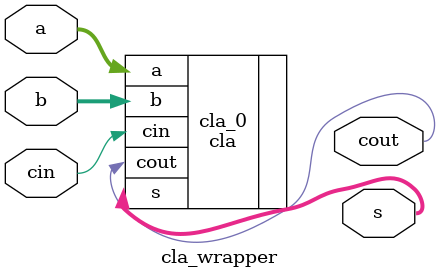
<source format=v>
module cla_wrapper
  #(parameter width=32)
   (input              cin,
    input [width-1:0]  a, b,
    output [width-1:0] s,
    output             cout);

   cla cla_0(
             .cin(cin),
             .a(a),
             .b(b),
             .s(s),
             .cout(cout)
             );
   
endmodule // cla_wrapper

</source>
